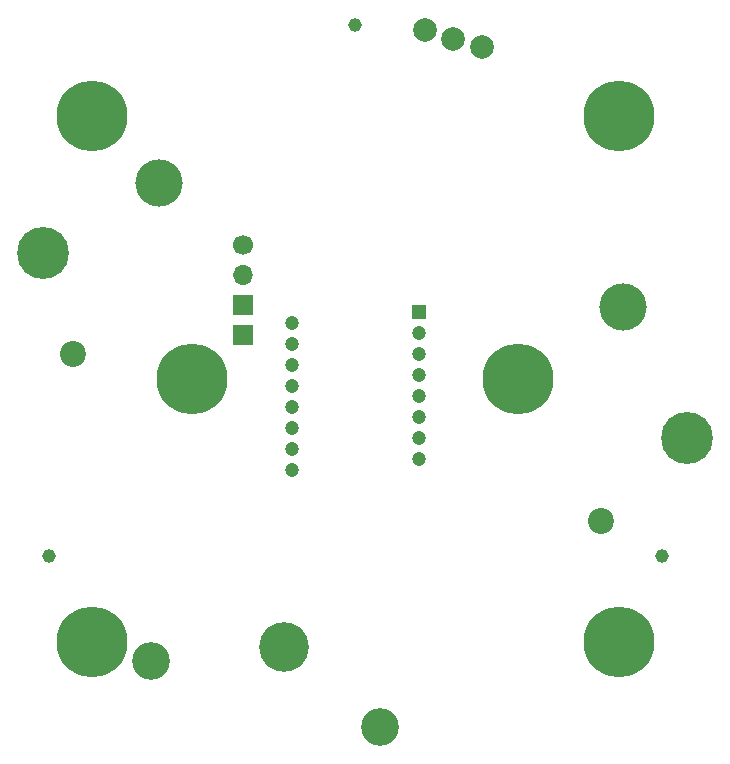
<source format=gbr>
%TF.GenerationSoftware,KiCad,Pcbnew,7.0.6*%
%TF.CreationDate,2023-07-30T12:59:47+01:00*%
%TF.ProjectId,Kiwano,4b697761-6e6f-42e6-9b69-6361645f7063,V1.0*%
%TF.SameCoordinates,Original*%
%TF.FileFunction,Soldermask,Top*%
%TF.FilePolarity,Negative*%
%FSLAX46Y46*%
G04 Gerber Fmt 4.6, Leading zero omitted, Abs format (unit mm)*
G04 Created by KiCad (PCBNEW 7.0.6) date 2023-07-30 12:59:47*
%MOMM*%
%LPD*%
G01*
G04 APERTURE LIST*
%ADD10C,1.152000*%
%ADD11C,6.000000*%
%ADD12C,2.200000*%
%ADD13C,4.000000*%
%ADD14C,4.200000*%
%ADD15C,2.000000*%
%ADD16C,4.400000*%
%ADD17C,3.200000*%
%ADD18C,1.700000*%
%ADD19O,1.700000X1.700000*%
%ADD20R,1.700000X1.700000*%
%ADD21R,1.200000X1.200000*%
%ADD22C,1.200000*%
G04 APERTURE END LIST*
D10*
%TO.C,H2*%
X74999999Y-30000001D03*
%TD*%
%TO.C,H1*%
X100980762Y-74999999D03*
%TD*%
D11*
%TO.C,H6*%
X52726137Y-82273864D03*
%TD*%
%TO.C,H9*%
X52726136Y-37726137D03*
%TD*%
%TO.C,H8*%
X97273864Y-82273863D03*
%TD*%
D12*
%TO.C,SW1*%
X95787076Y-72000993D03*
D13*
X97689680Y-53920318D03*
D14*
X68911112Y-82685102D03*
D13*
X58386888Y-43386888D03*
D12*
X51107185Y-57906342D03*
D15*
X85672275Y-31851243D03*
X80865966Y-30473056D03*
X83269121Y-31162149D03*
D16*
X103067021Y-64948973D03*
D17*
X77058909Y-89441319D03*
X57654764Y-83876954D03*
D16*
X48575260Y-49323712D03*
%TD*%
D18*
%TO.C,J3*%
X65500000Y-48600000D03*
D19*
X65500000Y-51140000D03*
D20*
X65500000Y-53680000D03*
X65500000Y-56220000D03*
%TD*%
D11*
%TO.C,H7*%
X97273863Y-37726136D03*
%TD*%
D10*
%TO.C,H3*%
X49019238Y-75000001D03*
%TD*%
D11*
%TO.C,H5*%
X88800003Y-60000000D03*
%TD*%
D21*
%TO.C,U1*%
X80350000Y-54340000D03*
D22*
X80350000Y-56120000D03*
X80350000Y-57900000D03*
X80350000Y-59680000D03*
X80350000Y-61460000D03*
X80350000Y-63240000D03*
X80350000Y-65020000D03*
X80350000Y-66800000D03*
X69650000Y-67690000D03*
X69650000Y-65910000D03*
X69650000Y-64130000D03*
X69650000Y-62350000D03*
X69650000Y-60570000D03*
X69650000Y-58790000D03*
X69650000Y-57010000D03*
X69650000Y-55230000D03*
%TD*%
D11*
%TO.C,H4*%
X61200001Y-59999953D03*
%TD*%
M02*

</source>
